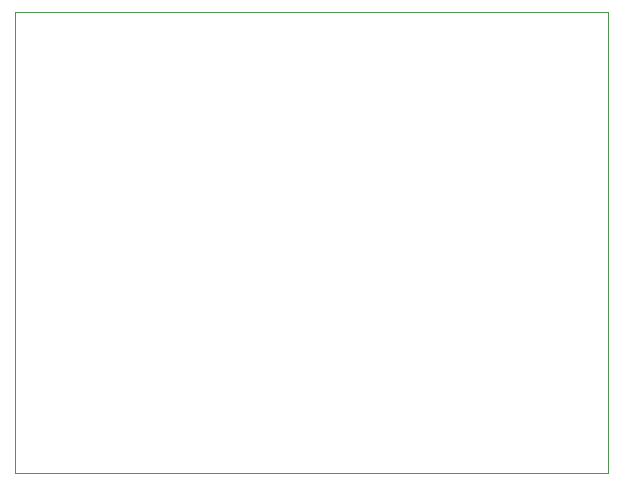
<source format=gm1>
G04 #@! TF.GenerationSoftware,KiCad,Pcbnew,(6.0.2-0)*
G04 #@! TF.CreationDate,2024-07-24T17:46:04-04:00*
G04 #@! TF.ProjectId,Stepped_Tone_Generator,53746570-7065-4645-9f54-6f6e655f4765,rev?*
G04 #@! TF.SameCoordinates,Original*
G04 #@! TF.FileFunction,Profile,NP*
%FSLAX46Y46*%
G04 Gerber Fmt 4.6, Leading zero omitted, Abs format (unit mm)*
G04 Created by KiCad (PCBNEW (6.0.2-0)) date 2024-07-24 17:46:04*
%MOMM*%
%LPD*%
G01*
G04 APERTURE LIST*
G04 #@! TA.AperFunction,Profile*
%ADD10C,0.100000*%
G04 #@! TD*
G04 APERTURE END LIST*
D10*
X115000000Y-50000000D02*
X165200000Y-50000000D01*
X165200000Y-50000000D02*
X165200000Y-89000000D01*
X165200000Y-89000000D02*
X115000000Y-89000000D01*
X115000000Y-89000000D02*
X115000000Y-50000000D01*
M02*

</source>
